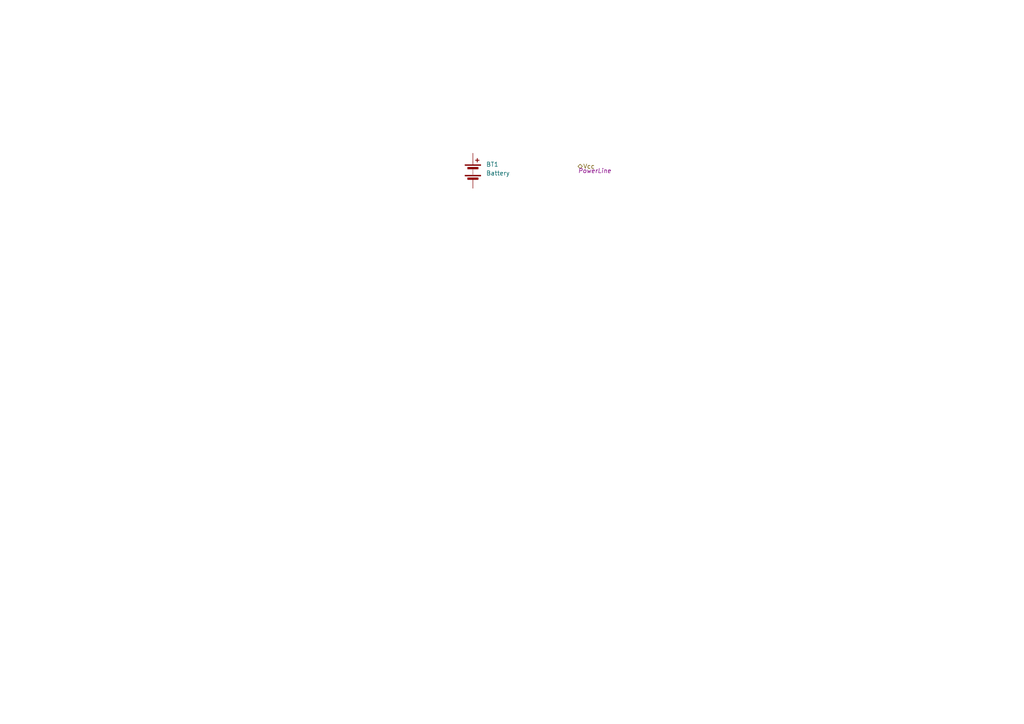
<source format=kicad_sch>
(kicad_sch (version 20231120) (generator "eeschema") (generator_version "8.0")
  (paper "A4")
  (lib_symbols
    (symbol "Device:Battery" (pin_numbers hide) (pin_names (offset 0) hide)
      (property "Reference" "BT" (at 2.54 2.54 0))
      (property "Value" "Battery" (at 2.54 0 0))
      (symbol "Battery_0_1"
        (rectangle (start -2.286 -1.27) (end 2.286 -1.524) (fill (type outline)))
        (rectangle (start -2.286 1.778) (end 2.286 1.524) (fill (type outline)))
        (rectangle (start -1.524 -2.032) (end 1.524 -2.54) (fill (type outline)))
        (rectangle (start -1.524 1.016) (end 1.524 0.508) (fill (type outline)))
        (polyline (pts (xy 0 -1.016) (xy 0 -0.762)))
        (polyline (pts (xy 0 -0.508) (xy 0 -0.254)))
        (polyline (pts (xy 0 0) (xy 0 0.254)))
        (polyline (pts (xy 0 1.778) (xy 0 2.54)))
        (polyline (pts (xy 0.762 3.048) (xy 1.778 3.048)) (stroke (width 0.254)))
        (polyline (pts (xy 1.27 3.556) (xy 1.27 2.54)) (stroke (width 0.254)))
      )
      (symbol "Battery_1_1"
        (pin passive line (at 0 5.08 270) (length 2.54) (name "+") (number "1"))
        (pin passive line (at 0 -5.08 90) (length 2.54) (name "-") (number "2"))
      )
    )
  )
  (hierarchical_label "Vcc" (shape bidirectional) (at 167.64 48.26 0) (property "Netclass" "PowerLine" (at 167.64 49.53 0) (effects (font (italic yes)) (justify left))))
  (symbol (lib_id "Device:Battery") (at 137.16 49.53 0) (unit 1)
    (property "Reference" "BT1" (at 140.97 47.6884 0) (effects (justify left)))
    (property "Value" "Battery" (at 140.97 50.2284 0) (effects (justify left)))
    (property "Description" "Multiple-cell battery" (effects (hide yes)))
  )
)
</source>
